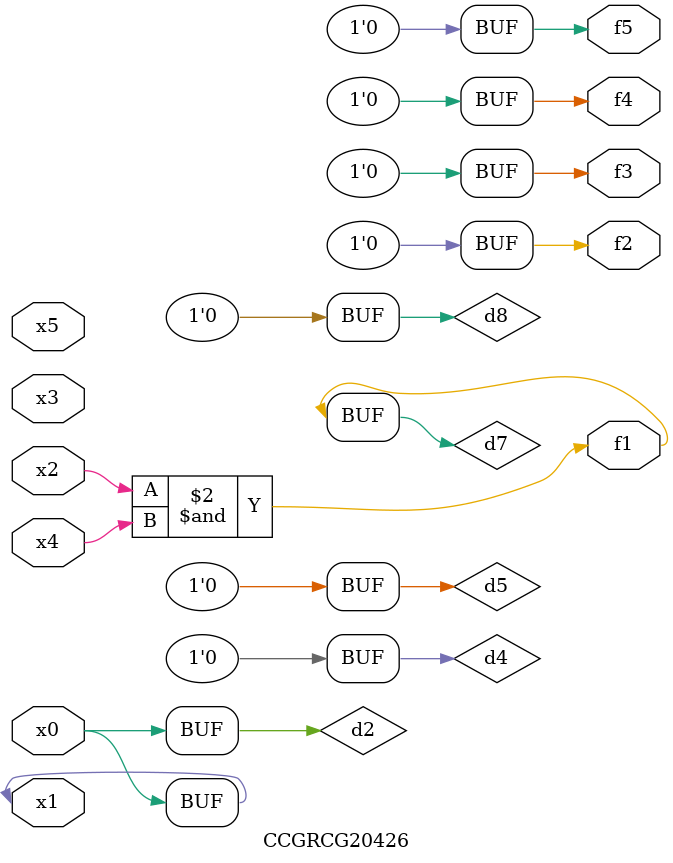
<source format=v>
module CCGRCG20426(
	input x0, x1, x2, x3, x4, x5,
	output f1, f2, f3, f4, f5
);

	wire d1, d2, d3, d4, d5, d6, d7, d8, d9;

	nand (d1, x1);
	buf (d2, x0, x1);
	nand (d3, x2, x4);
	and (d4, d1, d2);
	and (d5, d1, d2);
	nand (d6, d1, d3);
	not (d7, d3);
	xor (d8, d5);
	nor (d9, d5, d6);
	assign f1 = d7;
	assign f2 = d8;
	assign f3 = d8;
	assign f4 = d8;
	assign f5 = d8;
endmodule

</source>
